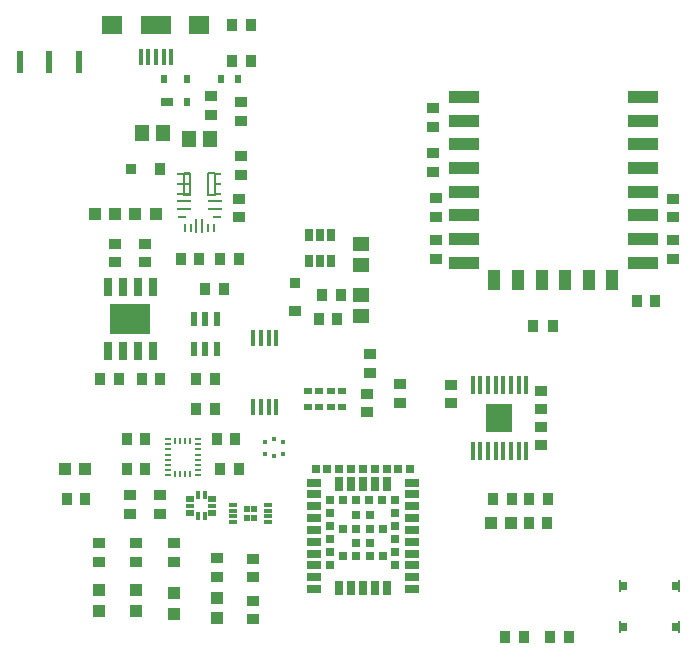
<source format=gbr>
%TF.GenerationSoftware,KiCad,Pcbnew,(5.1.6)-1*%
%TF.CreationDate,2020-08-29T17:57:31+05:30*%
%TF.ProjectId,TENET,54454e45-542e-46b6-9963-61645f706362,Minor Project*%
%TF.SameCoordinates,Original*%
%TF.FileFunction,Paste,Top*%
%TF.FilePolarity,Positive*%
%FSLAX46Y46*%
G04 Gerber Fmt 4.6, Leading zero omitted, Abs format (unit mm)*
G04 Created by KiCad (PCBNEW (5.1.6)-1) date 2020-08-29 17:57:31*
%MOMM*%
%LPD*%
G01*
G04 APERTURE LIST*
%ADD10C,0.152400*%
%ADD11R,0.900000X1.000000*%
%ADD12R,0.700000X0.700000*%
%ADD13R,0.700000X1.150000*%
%ADD14R,1.150000X0.700000*%
%ADD15R,0.930000X0.980000*%
%ADD16R,1.160000X1.470000*%
%ADD17R,0.398780X1.447800*%
%ADD18R,2.499360X1.498600*%
%ADD19R,1.798320X1.498600*%
%ADD20R,0.558800X1.905000*%
%ADD21R,0.500000X0.600000*%
%ADD22R,0.750000X0.300000*%
%ADD23R,2.500000X1.000000*%
%ADD24R,1.000000X1.800000*%
%ADD25R,0.650000X1.060000*%
%ADD26R,0.300000X1.600000*%
%ADD27R,2.310000X2.460000*%
%ADD28R,0.720000X0.600000*%
%ADD29R,0.550000X0.280000*%
%ADD30R,0.280000X0.550000*%
%ADD31R,0.650000X0.470000*%
%ADD32R,0.800000X0.400000*%
%ADD33R,0.350000X0.800000*%
%ADD34R,0.203200X0.762000*%
%ADD35R,0.203200X1.143000*%
%ADD36R,0.762000X0.203200*%
%ADD37R,1.143000X0.203200*%
%ADD38R,0.508000X0.203200*%
%ADD39R,0.355600X0.304800*%
%ADD40R,0.304800X0.355600*%
%ADD41R,0.500000X0.700000*%
%ADD42R,0.200000X1.100000*%
%ADD43R,0.980000X0.930000*%
%ADD44R,0.450000X1.475000*%
%ADD45R,3.402000X2.513000*%
%ADD46R,0.700000X1.525000*%
%ADD47R,0.600000X1.200000*%
%ADD48R,0.600000X0.800000*%
%ADD49R,0.998220X0.998220*%
%ADD50R,1.099820X0.899160*%
%ADD51R,0.899160X0.899160*%
%ADD52R,0.899160X1.099820*%
%ADD53R,1.000000X0.700000*%
%ADD54R,0.600000X0.700000*%
%ADD55R,1.470000X1.160000*%
%ADD56R,1.099820X0.998220*%
G04 APERTURE END LIST*
D10*
%TO.C,U2*%
X140538200Y-76538399D02*
X139954000Y-76538399D01*
X139954000Y-76538399D02*
X139954000Y-78441600D01*
X139954000Y-78441600D02*
X140538200Y-78441600D01*
X140538200Y-78441600D02*
X140538200Y-76538399D01*
X137845800Y-76538399D02*
X138430000Y-76538399D01*
X138430000Y-76538399D02*
X138430000Y-78441600D01*
X138430000Y-78441600D02*
X137845800Y-78441600D01*
X137845800Y-78441600D02*
X137845800Y-76538399D01*
%TD*%
D11*
%TO.C,L1*%
X167425000Y-89535000D03*
X169125000Y-89535000D03*
%TD*%
D12*
%TO.C,IC3*%
X154760000Y-109020000D03*
X154760000Y-106720000D03*
X153610000Y-109020000D03*
X153610000Y-107870000D03*
X153610000Y-106720000D03*
X153610000Y-105570000D03*
X152460000Y-109020000D03*
X152460000Y-107870000D03*
X152460000Y-106720000D03*
X152460000Y-105570000D03*
X151310000Y-109020000D03*
X151310000Y-106720000D03*
X149035000Y-101645000D03*
X150035000Y-101645000D03*
X151035000Y-101645000D03*
X152035000Y-101645000D03*
X153035000Y-101645000D03*
X154035000Y-101645000D03*
X155035000Y-101645000D03*
X156035000Y-101645000D03*
X157035000Y-101645000D03*
X151385000Y-104245000D03*
X152485000Y-104245000D03*
X153585000Y-104245000D03*
X154685000Y-104245000D03*
X155785000Y-104245000D03*
X155785000Y-105345000D03*
X155785000Y-106445000D03*
X155785000Y-107545000D03*
X155785000Y-108645000D03*
X155785000Y-109745000D03*
X150285000Y-109745000D03*
X150285000Y-108645000D03*
X150285000Y-107545000D03*
X150285000Y-106445000D03*
X150285000Y-105345000D03*
X150285000Y-104245000D03*
D13*
X151035000Y-102870000D03*
X152035000Y-102870000D03*
X153035000Y-102870000D03*
X154035000Y-102870000D03*
X155035000Y-102870000D03*
D14*
X157160000Y-102795000D03*
X157160000Y-103795000D03*
X157160000Y-104795000D03*
X157160000Y-105795000D03*
X157160000Y-106795000D03*
X157160000Y-107795000D03*
X157160000Y-108795000D03*
X157160000Y-109795000D03*
X157160000Y-110795000D03*
X157160000Y-111795000D03*
D13*
X155035000Y-111720000D03*
X154035000Y-111720000D03*
X153035000Y-111720000D03*
X152035000Y-111720000D03*
X151035000Y-111720000D03*
D14*
X148910000Y-111795000D03*
X148910000Y-110795000D03*
X148910000Y-109795000D03*
X148910000Y-108795000D03*
X148910000Y-107795000D03*
X148910000Y-106795000D03*
X148910000Y-105795000D03*
X148910000Y-104795000D03*
X148910000Y-103795000D03*
X148910000Y-102795000D03*
%TD*%
D15*
%TO.C,R15*%
X151138000Y-86868000D03*
X149598000Y-86868000D03*
%TD*%
D16*
%TO.C,C6*%
X140082000Y-73660000D03*
X138302000Y-73660000D03*
%TD*%
D17*
%TO.C,J1*%
X136806940Y-66730880D03*
D18*
X135509000Y-64008000D03*
D19*
X131826000Y-64008000D03*
X139192000Y-64008000D03*
D17*
X134861300Y-66730880D03*
X134211060Y-66730880D03*
X136156700Y-66730880D03*
X135509000Y-66730880D03*
%TD*%
D20*
%TO.C,U10*%
X128992000Y-67221100D03*
X126492000Y-67221100D03*
X123992000Y-67221100D03*
%TD*%
D21*
%TO.C,U9*%
X143185000Y-105035000D03*
X143185000Y-105785000D03*
X143835000Y-105035000D03*
X143835000Y-105785000D03*
D22*
X142060000Y-106160000D03*
X142060000Y-105660000D03*
X142060000Y-105160000D03*
X142060000Y-104660000D03*
X144960000Y-104660000D03*
X144960000Y-105160000D03*
X144960000Y-105660000D03*
X144960000Y-106160000D03*
%TD*%
D23*
%TO.C,U8*%
X176764000Y-70160000D03*
X176764000Y-72160000D03*
X176764000Y-74160000D03*
X176764000Y-76160000D03*
X176764000Y-78160000D03*
X176764000Y-80160000D03*
X176764000Y-82160000D03*
X176764000Y-84160000D03*
D24*
X174164000Y-85660000D03*
X172164000Y-85660000D03*
X170164000Y-85660000D03*
X168164000Y-85660000D03*
X166164000Y-85660000D03*
X164164000Y-85660000D03*
D23*
X161564000Y-84160000D03*
X161564000Y-82160000D03*
X161564000Y-80160000D03*
X161564000Y-78160000D03*
X161564000Y-76160000D03*
X161564000Y-74160000D03*
X161564000Y-72160000D03*
X161564000Y-70160000D03*
%TD*%
D25*
%TO.C,U7*%
X149418000Y-81788000D03*
X148468000Y-81788000D03*
X150368000Y-81788000D03*
X150368000Y-83988000D03*
X149418000Y-83988000D03*
X148468000Y-83988000D03*
%TD*%
D26*
%TO.C,U6*%
X166217000Y-100088000D03*
X165567000Y-100088000D03*
X164917000Y-100088000D03*
X164267000Y-100088000D03*
X163617000Y-100088000D03*
X162967000Y-100088000D03*
X162317000Y-100088000D03*
X162317000Y-94488000D03*
X162967000Y-94488000D03*
X163617000Y-94488000D03*
X164267000Y-94488000D03*
X164917000Y-94488000D03*
X165567000Y-94488000D03*
X166217000Y-94488000D03*
X166867000Y-100088000D03*
D27*
X164592000Y-97288000D03*
D26*
X166867000Y-94488000D03*
%TD*%
D28*
%TO.C,U5*%
X151292000Y-94996000D03*
X150322000Y-94996000D03*
X149352000Y-94996000D03*
X148382000Y-94996000D03*
X148382000Y-96396000D03*
X149352000Y-96396000D03*
X150322000Y-96396000D03*
X151292000Y-96396000D03*
%TD*%
D29*
%TO.C,U4*%
X136535000Y-99125000D03*
X136535000Y-99555000D03*
X136535000Y-99985000D03*
X136535000Y-100415000D03*
X136535000Y-102135000D03*
X136535000Y-101705000D03*
X136535000Y-101275000D03*
X136535000Y-100845000D03*
X139035000Y-99125000D03*
X139035000Y-99555000D03*
X139035000Y-99985000D03*
X139035000Y-100415000D03*
X139035000Y-100845000D03*
X139035000Y-101705000D03*
X139035000Y-102135000D03*
X139035000Y-101275000D03*
D30*
X138430000Y-99230000D03*
X138000000Y-99230000D03*
X137570000Y-99230000D03*
X137140000Y-99230000D03*
X137140000Y-102030000D03*
X137570000Y-102030000D03*
X138000000Y-102030000D03*
X138430000Y-102030000D03*
%TD*%
D31*
%TO.C,U3*%
X140270000Y-104140000D03*
X140270000Y-105340000D03*
D32*
X140270000Y-104740000D03*
D31*
X138430000Y-104140000D03*
X138430000Y-105340000D03*
D32*
X138430000Y-104740000D03*
D33*
X139650000Y-103820000D03*
X139050000Y-103820000D03*
X139650000Y-105660000D03*
X139050000Y-105660000D03*
%TD*%
D34*
%TO.C,U2*%
X140442000Y-81216500D03*
D35*
X139442000Y-81026000D03*
X138942000Y-81026000D03*
D34*
X137942000Y-81216500D03*
D36*
X137718800Y-80290000D03*
D37*
X137909300Y-79640001D03*
X137909300Y-78990000D03*
X137909300Y-78340000D03*
X137909300Y-77489999D03*
X137909300Y-76639999D03*
D34*
X138442000Y-81216500D03*
X139942000Y-81216500D03*
D38*
X140792200Y-77489999D03*
X140792200Y-76639999D03*
X140792200Y-78340000D03*
D37*
X140474700Y-78990000D03*
X140474700Y-79640001D03*
D36*
X140665200Y-80290000D03*
%TD*%
D39*
%TO.C,U1*%
X145529300Y-99080701D03*
D40*
X146278600Y-99330002D03*
X146278600Y-100330000D03*
D39*
X145529300Y-100579301D03*
D40*
X144780000Y-100330000D03*
X144780000Y-99330002D03*
%TD*%
D41*
%TO.C,S1*%
X175167000Y-111534000D03*
X179417000Y-111534000D03*
X175167000Y-115034000D03*
X179417000Y-115034000D03*
D42*
X174817000Y-115034000D03*
X179767000Y-111534000D03*
X174817000Y-111534000D03*
X179767000Y-115034000D03*
%TD*%
D43*
%TO.C,R28*%
X137033000Y-107942000D03*
X137033000Y-109482000D03*
%TD*%
%TO.C,R27*%
X133858000Y-107942000D03*
X133858000Y-109482000D03*
%TD*%
%TO.C,R26*%
X130683000Y-107942000D03*
X130683000Y-109482000D03*
%TD*%
%TO.C,R25*%
X143764000Y-109220000D03*
X143764000Y-110760000D03*
%TD*%
%TO.C,R24*%
X143764000Y-114316000D03*
X143764000Y-112776000D03*
%TD*%
D15*
%TO.C,R23*%
X168902000Y-115824000D03*
X170442000Y-115824000D03*
%TD*%
%TO.C,R22*%
X165100000Y-115824000D03*
X166640000Y-115824000D03*
%TD*%
%TO.C,R21*%
X128000000Y-104140000D03*
X129540000Y-104140000D03*
%TD*%
D43*
%TO.C,R20*%
X179324000Y-80280000D03*
X179324000Y-78740000D03*
%TD*%
%TO.C,R19*%
X179324000Y-83820000D03*
X179324000Y-82280000D03*
%TD*%
%TO.C,R18*%
X140716000Y-109212000D03*
X140716000Y-110752000D03*
%TD*%
%TO.C,R17*%
X159004000Y-71104000D03*
X159004000Y-72644000D03*
%TD*%
%TO.C,R16*%
X159004000Y-74922000D03*
X159004000Y-76462000D03*
%TD*%
D15*
%TO.C,R14*%
X150876000Y-88900000D03*
X149336000Y-88900000D03*
%TD*%
D43*
%TO.C,R13*%
X132080000Y-84090000D03*
X132080000Y-82550000D03*
%TD*%
%TO.C,R12*%
X134620000Y-82550000D03*
X134620000Y-84090000D03*
%TD*%
D15*
%TO.C,R11*%
X138930000Y-96520000D03*
X140470000Y-96520000D03*
%TD*%
D43*
%TO.C,R10*%
X160528000Y-94488000D03*
X160528000Y-96028000D03*
%TD*%
D15*
%TO.C,R9*%
X130810000Y-93980000D03*
X132350000Y-93980000D03*
%TD*%
%TO.C,R8*%
X139700000Y-86360000D03*
X141240000Y-86360000D03*
%TD*%
D43*
%TO.C,R7*%
X168148000Y-96536000D03*
X168148000Y-94996000D03*
%TD*%
%TO.C,R6*%
X156210000Y-94480000D03*
X156210000Y-96020000D03*
%TD*%
D15*
%TO.C,R5*%
X137652000Y-83820000D03*
X139192000Y-83820000D03*
%TD*%
%TO.C,R4*%
X142502000Y-83820000D03*
X140962000Y-83820000D03*
%TD*%
D43*
%TO.C,R3*%
X142748000Y-76708000D03*
X142748000Y-75168000D03*
%TD*%
%TO.C,R2*%
X142502000Y-78740000D03*
X142502000Y-80280000D03*
%TD*%
D15*
%TO.C,R1*%
X143518000Y-64008000D03*
X141978000Y-64008000D03*
%TD*%
D44*
%TO.C,Q1*%
X143764000Y-90534000D03*
X144414000Y-90534000D03*
X145064000Y-90534000D03*
X145714000Y-90534000D03*
X145714000Y-96410000D03*
X145064000Y-96410000D03*
X144414000Y-96410000D03*
X143764000Y-96410000D03*
%TD*%
D45*
%TO.C,IC2*%
X133350000Y-88900000D03*
D46*
X131445000Y-86188000D03*
X132715000Y-86188000D03*
X133985000Y-86188000D03*
X135255000Y-86188000D03*
X135255000Y-91612000D03*
X133985000Y-91612000D03*
X132715000Y-91612000D03*
X131445000Y-91612000D03*
%TD*%
D47*
%TO.C,IC1*%
X140650000Y-91440000D03*
X139700000Y-91440000D03*
X138750000Y-91440000D03*
X138750000Y-88940000D03*
X139700000Y-88940000D03*
X140650000Y-88940000D03*
%TD*%
D48*
%TO.C,FB1*%
X142432000Y-68580000D03*
X141032000Y-68580000D03*
%TD*%
D49*
%TO.C,D10*%
X137033000Y-112141000D03*
X137033000Y-113893600D03*
%TD*%
%TO.C,D9*%
X130683000Y-113652300D03*
X130683000Y-111899700D03*
%TD*%
%TO.C,D8*%
X133858000Y-111899700D03*
X133858000Y-113652300D03*
%TD*%
%TO.C,D7*%
X127787400Y-101600000D03*
X129540000Y-101600000D03*
%TD*%
%TO.C,D6*%
X140716000Y-114274600D03*
X140716000Y-112522000D03*
%TD*%
D50*
%TO.C,D5*%
X147320000Y-88249760D03*
D51*
X147320000Y-85852000D03*
%TD*%
D49*
%TO.C,D4*%
X130327400Y-80010000D03*
X132080000Y-80010000D03*
%TD*%
%TO.C,D3*%
X135496300Y-80010000D03*
X133743700Y-80010000D03*
%TD*%
D52*
%TO.C,D2*%
X135818880Y-76200000D03*
D51*
X133421120Y-76200000D03*
%TD*%
D53*
%TO.C,D1*%
X136410000Y-70596000D03*
D54*
X138110000Y-68596000D03*
X136210000Y-68596000D03*
X138110000Y-70596000D03*
%TD*%
D15*
%TO.C,C25*%
X176260000Y-87376000D03*
X177800000Y-87376000D03*
%TD*%
D43*
%TO.C,C24*%
X159258000Y-78724000D03*
X159258000Y-80264000D03*
%TD*%
%TO.C,C23*%
X159258000Y-83820000D03*
X159258000Y-82280000D03*
%TD*%
D55*
%TO.C,C22*%
X152908000Y-88648000D03*
X152908000Y-86868000D03*
%TD*%
%TO.C,C21*%
X152908000Y-82548000D03*
X152908000Y-84328000D03*
%TD*%
D15*
%TO.C,C20*%
X140470000Y-93980000D03*
X138930000Y-93980000D03*
%TD*%
%TO.C,C19*%
X134350000Y-93980000D03*
X135890000Y-93980000D03*
%TD*%
D43*
%TO.C,C18*%
X168148000Y-99584000D03*
X168148000Y-98044000D03*
%TD*%
D56*
%TO.C,C17*%
X163911280Y-106172000D03*
X165608000Y-106172000D03*
%TD*%
D15*
%TO.C,C16*%
X164084000Y-104140000D03*
X165624000Y-104140000D03*
%TD*%
%TO.C,C15*%
X134620000Y-101600000D03*
X133080000Y-101600000D03*
%TD*%
D43*
%TO.C,C14*%
X153670000Y-91940000D03*
X153670000Y-93480000D03*
%TD*%
D15*
%TO.C,C13*%
X134620000Y-99060000D03*
X133080000Y-99060000D03*
%TD*%
%TO.C,C12*%
X140700000Y-99060000D03*
X142240000Y-99060000D03*
%TD*%
%TO.C,C11*%
X140970000Y-101600000D03*
X142510000Y-101600000D03*
%TD*%
D43*
%TO.C,C10*%
X153400000Y-95250000D03*
X153400000Y-96790000D03*
%TD*%
%TO.C,C9*%
X133350000Y-105410000D03*
X133350000Y-103870000D03*
%TD*%
%TO.C,C8*%
X135890000Y-105410000D03*
X135890000Y-103870000D03*
%TD*%
D16*
%TO.C,C7*%
X134364000Y-73152000D03*
X136144000Y-73152000D03*
%TD*%
D15*
%TO.C,C5*%
X167132000Y-104140000D03*
X168672000Y-104140000D03*
%TD*%
%TO.C,C4*%
X168656000Y-106172000D03*
X167116000Y-106172000D03*
%TD*%
D43*
%TO.C,C3*%
X140208000Y-70088000D03*
X140208000Y-71628000D03*
%TD*%
%TO.C,C2*%
X142748000Y-70596000D03*
X142748000Y-72136000D03*
%TD*%
D15*
%TO.C,C1*%
X143518000Y-67056000D03*
X141978000Y-67056000D03*
%TD*%
M02*

</source>
